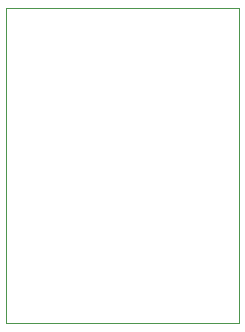
<source format=gbr>
%TF.GenerationSoftware,KiCad,Pcbnew,7.0.9*%
%TF.CreationDate,2024-06-25T19:37:57+09:00*%
%TF.ProjectId,08-REG_mod,30382d52-4547-45f6-9d6f-642e6b696361,rev?*%
%TF.SameCoordinates,Original*%
%TF.FileFunction,Profile,NP*%
%FSLAX46Y46*%
G04 Gerber Fmt 4.6, Leading zero omitted, Abs format (unit mm)*
G04 Created by KiCad (PCBNEW 7.0.9) date 2024-06-25 19:37:57*
%MOMM*%
%LPD*%
G01*
G04 APERTURE LIST*
%TA.AperFunction,Profile*%
%ADD10C,0.100000*%
%TD*%
G04 APERTURE END LIST*
D10*
X102870000Y-55245000D02*
X122555000Y-55245000D01*
X122555000Y-81915000D01*
X102870000Y-81915000D01*
X102870000Y-55245000D01*
M02*

</source>
